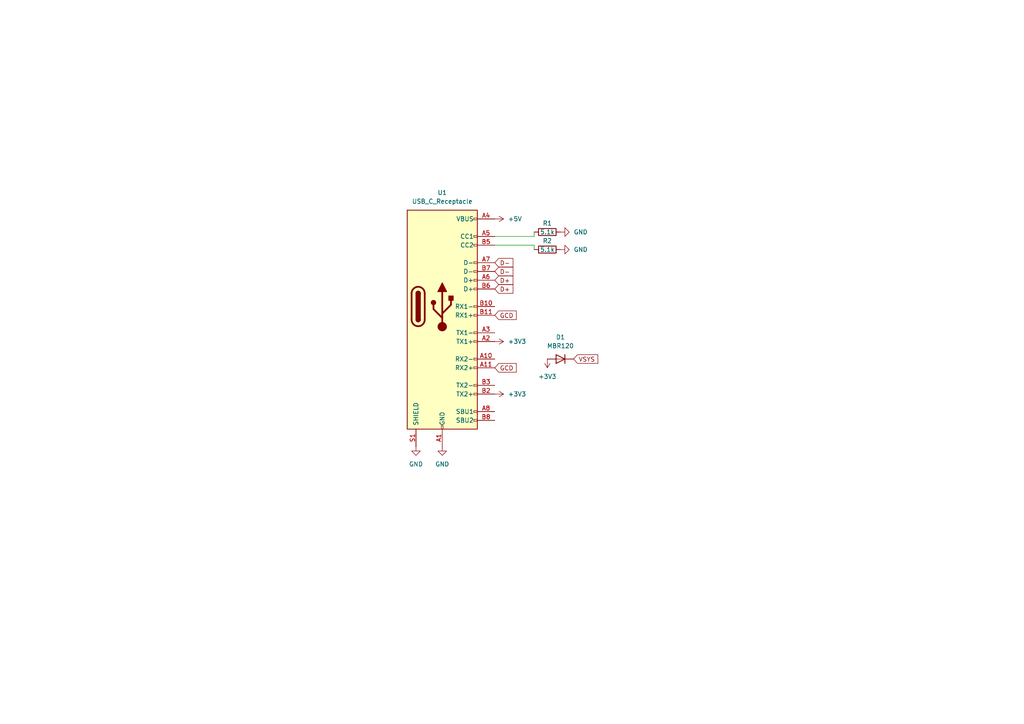
<source format=kicad_sch>
(kicad_sch (version 20211123) (generator eeschema)
  (paper "A4")
  (lib_symbols
    (symbol "Connector:USB_C_Receptacle" (pin_names (offset 1.016))
      (property "Reference" "J" (at -10.16 29.21 0))
      (property "Value" "USB_C_Receptacle" (at 10.16 29.21 0))
      (symbol "USB_C_Receptacle_0_0"
        (rectangle (start -0.254 -35.56) (end 0.254 -34.544))
        (rectangle (start 10.16 -32.766) (end 9.144 -33.274))
        (rectangle (start 10.16 -30.226) (end 9.144 -30.734))
        (rectangle (start 10.16 -25.146) (end 9.144 -25.654))
        (rectangle (start 10.16 -22.606) (end 9.144 -23.114))
        (rectangle (start 10.16 -17.526) (end 9.144 -18.034))
        (rectangle (start 10.16 -14.986) (end 9.144 -15.494))
        (rectangle (start 10.16 -9.906) (end 9.144 -10.414))
        (rectangle (start 10.16 -7.366) (end 9.144 -7.874))
        (rectangle (start 10.16 -2.286) (end 9.144 -2.794))
        (rectangle (start 10.16 0.254) (end 9.144 -0.254))
        (rectangle (start 10.16 5.334) (end 9.144 4.826))
        (rectangle (start 10.16 7.874) (end 9.144 7.366))
        (rectangle (start 10.16 10.414) (end 9.144 9.906))
        (rectangle (start 10.16 12.954) (end 9.144 12.446))
        (rectangle (start 10.16 18.034) (end 9.144 17.526))
        (rectangle (start 10.16 20.574) (end 9.144 20.066))
        (rectangle (start 10.16 25.654) (end 9.144 25.146))
      )
      (symbol "USB_C_Receptacle_0_1"
        (rectangle (start -10.16 27.94) (end 10.16 -35.56) (stroke (width 0.254)) (fill (type background)))
        (arc (start -8.89 -3.81) (mid -6.985 -5.715) (end -5.08 -3.81) (stroke (width 0.508)))
        (arc (start -7.62 -3.81) (mid -6.985 -4.445) (end -6.35 -3.81) (stroke (width 0.254)))
        (arc (start -7.62 -3.81) (mid -6.985 -4.445) (end -6.35 -3.81) (stroke (width 0.254)) (fill (type outline)))
        (rectangle (start -7.62 -3.81) (end -6.35 3.81) (stroke (width 0.254)) (fill (type outline)))
        (arc (start -6.35 3.81) (mid -6.985 4.445) (end -7.62 3.81) (stroke (width 0.254)))
        (arc (start -6.35 3.81) (mid -6.985 4.445) (end -7.62 3.81) (stroke (width 0.254)) (fill (type outline)))
        (arc (start -5.08 3.81) (mid -6.985 5.715) (end -8.89 3.81) (stroke (width 0.508)))
        (polyline (pts (xy -8.89 -3.81) (xy -8.89 3.81)) (stroke (width 0.508)))
        (polyline (pts (xy -5.08 3.81) (xy -5.08 -3.81)) (stroke (width 0.508)))
      )
      (symbol "USB_C_Receptacle_1_1"
        (circle (center -2.54 1.143) (radius 0.635) (stroke (width 0.254)) (fill (type outline)))
        (circle (center 0 -5.842) (radius 1.27) (fill (type outline)))
        (polyline (pts (xy 0 -5.842) (xy 0 4.318)) (stroke (width 0.508)))
        (polyline (pts (xy 0 -3.302) (xy -2.54 -0.762) (xy -2.54 0.508)) (stroke (width 0.508)))
        (polyline (pts (xy 0 -2.032) (xy 2.54 0.508) (xy 2.54 1.778)) (stroke (width 0.508)))
        (polyline (pts (xy -1.27 4.318) (xy 0 6.858) (xy 1.27 4.318) (xy -1.27 4.318)) (stroke (width 0.254)) (fill (type outline)))
        (rectangle (start 1.905 1.778) (end 3.175 3.048) (stroke (width 0.254)) (fill (type outline)))
        (pin passive line (at 0 -40.64 90) (length 5.08) (name "GND") (number "A1"))
        (pin bidirectional line (at 15.24 -15.24 180) (length 5.08) (name "RX2-") (number "A10"))
        (pin bidirectional line (at 15.24 -17.78 180) (length 5.08) (name "RX2+") (number "A11"))
        (pin passive line (at 0 -40.64 90) (length 5.08) hide (name "GND") (number "A12"))
        (pin bidirectional line (at 15.24 -10.16 180) (length 5.08) (name "TX1+") (number "A2"))
        (pin bidirectional line (at 15.24 -7.62 180) (length 5.08) (name "TX1-") (number "A3"))
        (pin passive line (at 15.24 25.4 180) (length 5.08) (name "VBUS") (number "A4"))
        (pin bidirectional line (at 15.24 20.32 180) (length 5.08) (name "CC1") (number "A5"))
        (pin bidirectional line (at 15.24 7.62 180) (length 5.08) (name "D+") (number "A6"))
        (pin bidirectional line (at 15.24 12.7 180) (length 5.08) (name "D-") (number "A7"))
        (pin bidirectional line (at 15.24 -30.48 180) (length 5.08) (name "SBU1") (number "A8"))
        (pin passive line (at 15.24 25.4 180) (length 5.08) hide (name "VBUS") (number "A9"))
        (pin passive line (at 0 -40.64 90) (length 5.08) hide (name "GND") (number "B1"))
        (pin bidirectional line (at 15.24 0 180) (length 5.08) (name "RX1-") (number "B10"))
        (pin bidirectional line (at 15.24 -2.54 180) (length 5.08) (name "RX1+") (number "B11"))
        (pin passive line (at 0 -40.64 90) (length 5.08) hide (name "GND") (number "B12"))
        (pin bidirectional line (at 15.24 -25.4 180) (length 5.08) (name "TX2+") (number "B2"))
        (pin bidirectional line (at 15.24 -22.86 180) (length 5.08) (name "TX2-") (number "B3"))
        (pin passive line (at 15.24 25.4 180) (length 5.08) hide (name "VBUS") (number "B4"))
        (pin bidirectional line (at 15.24 17.78 180) (length 5.08) (name "CC2") (number "B5"))
        (pin bidirectional line (at 15.24 5.08 180) (length 5.08) (name "D+") (number "B6"))
        (pin bidirectional line (at 15.24 10.16 180) (length 5.08) (name "D-") (number "B7"))
        (pin bidirectional line (at 15.24 -33.02 180) (length 5.08) (name "SBU2") (number "B8"))
        (pin passive line (at 15.24 25.4 180) (length 5.08) hide (name "VBUS") (number "B9"))
        (pin passive line (at -7.62 -40.64 90) (length 5.08) (name "SHIELD") (number "S1"))
      )
    )
    (symbol "Device:D" (pin_numbers hide) (pin_names (offset 1.016) hide)
      (property "Reference" "D" (at 0 2.54 0))
      (property "Value" "D" (at 0 -2.54 0))
      (symbol "D_0_1"
        (polyline (pts (xy -1.27 1.27) (xy -1.27 -1.27)) (stroke (width 0.254)))
        (polyline (pts (xy 1.27 0) (xy -1.27 0)))
        (polyline (pts (xy 1.27 1.27) (xy 1.27 -1.27) (xy -1.27 0) (xy 1.27 1.27)) (stroke (width 0.254)))
      )
      (symbol "D_1_1"
        (pin passive line (at -3.81 0 0) (length 2.54) (name "K") (number "1"))
        (pin passive line (at 3.81 0 180) (length 2.54) (name "A") (number "2"))
      )
    )
    (symbol "Device:R" (pin_numbers hide) (pin_names (offset 0))
      (property "Reference" "R" (at 2.032 0 90))
      (property "Value" "R" (at 0 0 90))
      (symbol "R_0_1"
        (rectangle (start -1.016 -2.54) (end 1.016 2.54) (stroke (width 0.254)))
      )
      (symbol "R_1_1"
        (pin passive line (at 0 3.81 270) (length 1.27) (name "~") (number "1"))
        (pin passive line (at 0 -3.81 90) (length 1.27) (name "~") (number "2"))
      )
    )
    (symbol "power:+3.3V" (power) (pin_names (offset 0))
      (property "Value" "+3.3V" (at 0 3.556 0))
      (symbol "+3.3V_0_1"
        (polyline (pts (xy -0.762 1.27) (xy 0 2.54)))
        (polyline (pts (xy 0 0) (xy 0 2.54)))
        (polyline (pts (xy 0 2.54) (xy 0.762 1.27)))
      )
      (symbol "+3.3V_1_1"
        (pin power_in line (at 0 0 90) (length 0) hide (name "+3V3") (number "1"))
      )
    )
    (symbol "power:+5V" (power) (pin_names (offset 0))
      (property "Value" "+5V" (at 0 3.556 0))
      (symbol "+5V_0_1"
        (polyline (pts (xy -0.762 1.27) (xy 0 2.54)))
        (polyline (pts (xy 0 0) (xy 0 2.54)))
        (polyline (pts (xy 0 2.54) (xy 0.762 1.27)))
      )
      (symbol "+5V_1_1"
        (pin power_in line (at 0 0 90) (length 0) hide (name "+5V") (number "1"))
      )
    )
    (symbol "power:GND" (power) (pin_names (offset 0))
      (property "Value" "GND" (at 0 -3.81 0))
      (symbol "GND_0_1"
        (polyline (pts (xy 0 0) (xy 0 -1.27) (xy 1.27 -1.27) (xy 0 -2.54) (xy -1.27 -1.27) (xy 0 -1.27)))
      )
      (symbol "GND_1_1"
        (pin power_in line (at 0 0 270) (length 0) hide (name "GND") (number "1"))
      )
    )
  )
  (wire (pts (xy 154.94 68.58) (xy 154.94 67.31)))
  (wire (pts (xy 143.51 68.58) (xy 154.94 68.58)))
  (wire (pts (xy 154.94 71.12) (xy 154.94 72.39)))
  (wire (pts (xy 143.51 71.12) (xy 154.94 71.12)))
  (global_label "D+" (shape input) (at 143.51 81.28 0) (property "Intersheet References" "${INTERSHEET_REFS}" (effects hide)))
  (global_label "D+" (shape input) (at 143.51 83.82 0) (property "Intersheet References" "${INTERSHEET_REFS}" (effects hide)))
  (global_label "VSYS" (shape input) (at 166.37 104.14 0) (property "Intersheet References" "${INTERSHEET_REFS}" (effects hide)))
  (global_label "GCD" (shape input) (at 143.51 106.68 0) (property "Intersheet References" "${INTERSHEET_REFS}" (effects hide)))
  (global_label "GCD" (shape input) (at 143.51 91.44 0) (property "Intersheet References" "${INTERSHEET_REFS}" (effects hide)))
  (global_label "D-" (shape input) (at 143.51 78.74 0) (property "Intersheet References" "${INTERSHEET_REFS}" (effects hide)))
  (global_label "D-" (shape input) (at 143.51 76.2 0) (property "Intersheet References" "${INTERSHEET_REFS}" (effects hide)))
  (symbol (lib_id "Device:D") (at 162.56 104.14 180) (unit 1)
    (property "Reference" "D1" (at 162.56 97.79 0))
    (property "Value" "MBR120" (at 162.56 100.33 0))
    (property "Footprint" "Diode_SMD:D_SOD-123" (effects hide))
    (property "LCSC" "C130880" (effects hide))
  )
  (symbol (lib_id "power:+3.3V") (at 143.51 114.3 270) (unit 1)
    (property "Reference" "#PWR0104" (effects hide))
    (property "Value" "+3.3V" (at 147.32 114.2999 90) (effects (justify left)))
  )
  (symbol (lib_id "power:+3.3V") (at 158.75 104.14 180) (unit 1)
    (property "Reference" "#PWR0108" (effects hide))
    (property "Value" "+3.3V" (at 158.75 109.22 0))
  )
  (symbol (lib_id "Device:R") (at 158.75 67.31 90) (unit 1)
    (property "Reference" "R1" (at 158.75 64.77 90))
    (property "Value" "5.1k" (at 158.75 67.31 90))
    (property "Footprint" "Resistor_SMD:R_0603_1608Metric" (effects hide))
    (property "LCSC" "C23186" (effects hide))
  )
  (symbol (lib_id "power:GND") (at 120.65 129.54 0) (unit 1)
    (property "Reference" "#PWR0105" (effects hide))
    (property "Value" "GND" (at 120.65 134.62 0))
  )
  (symbol (lib_id "Device:R") (at 158.75 72.39 90) (unit 1)
    (property "Reference" "R2" (at 158.75 69.85 90))
    (property "Value" "5.1k" (at 158.75 72.39 90))
    (property "Footprint" "Resistor_SMD:R_0603_1608Metric" (effects hide))
    (property "LCSC" "C23186" (effects hide))
  )
  (symbol (lib_id "Connector:USB_C_Receptacle") (at 128.27 88.9 0) (unit 1)
    (property "Reference" "U1" (at 128.27 55.88 0))
    (property "Value" "USB_C_Receptacle" (at 128.27 58.42 0))
    (property "Footprint" "HTangl:Xunpu C2856665 USBC Straddle Mount" (effects hide))
    (property "Datasheet" "https://datasheet.lcsc.com/lcsc/2108150030_XUNPU-TYPEC-1103-BRP24_C2856665.pdf" (effects hide))
    (property "LCSC" "C2856665" (effects hide))
  )
  (symbol (lib_id "power:+5V") (at 143.51 63.5 270) (unit 1)
    (property "Reference" "#PWR0107" (effects hide))
    (property "Value" "+5V" (at 147.32 63.4999 90) (effects (justify left)))
  )
  (symbol (lib_id "power:+3.3V") (at 143.51 99.06 270) (unit 1)
    (property "Reference" "#PWR0103" (effects hide))
    (property "Value" "+3.3V" (at 147.32 99.0599 90) (effects (justify left)))
  )
  (symbol (lib_id "power:GND") (at 162.56 72.39 90) (unit 1)
    (property "Reference" "#PWR0101" (effects hide))
    (property "Value" "GND" (at 166.37 72.3899 90) (effects (justify right)))
  )
  (symbol (lib_id "power:GND") (at 128.27 129.54 0) (unit 1)
    (property "Reference" "#PWR0106" (effects hide))
    (property "Value" "GND" (at 128.27 134.62 0))
  )
  (symbol (lib_id "power:GND") (at 162.56 67.31 90) (unit 1)
    (property "Reference" "#PWR0102" (effects hide))
    (property "Value" "GND" (at 166.37 67.3099 90) (effects (justify right)))
  )
)
</source>
